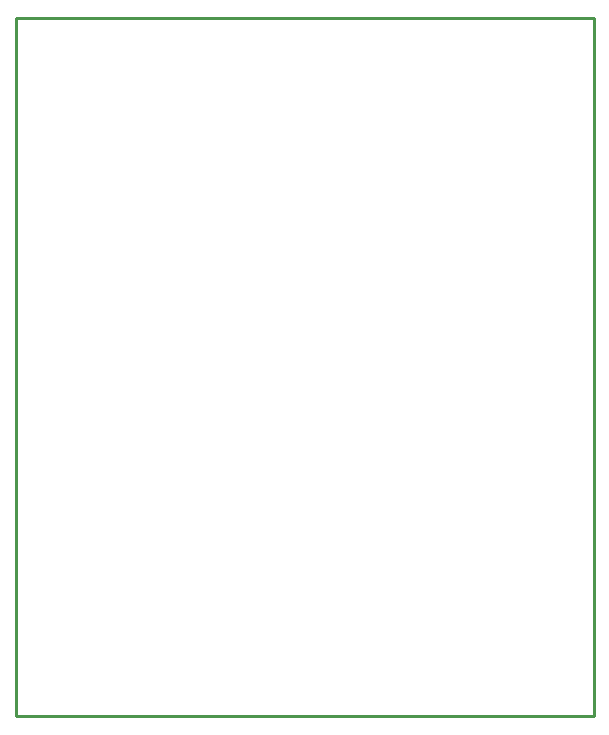
<source format=gko>
G04 Layer_Color=16711935*
%FSLAX25Y25*%
%MOIN*%
G70*
G01*
G75*
%ADD13C,0.01000*%
D13*
X373500Y373500D02*
X566000D01*
Y141000D02*
Y373500D01*
X373500Y141000D02*
X566000D01*
X373500D02*
Y373500D01*
M02*

</source>
